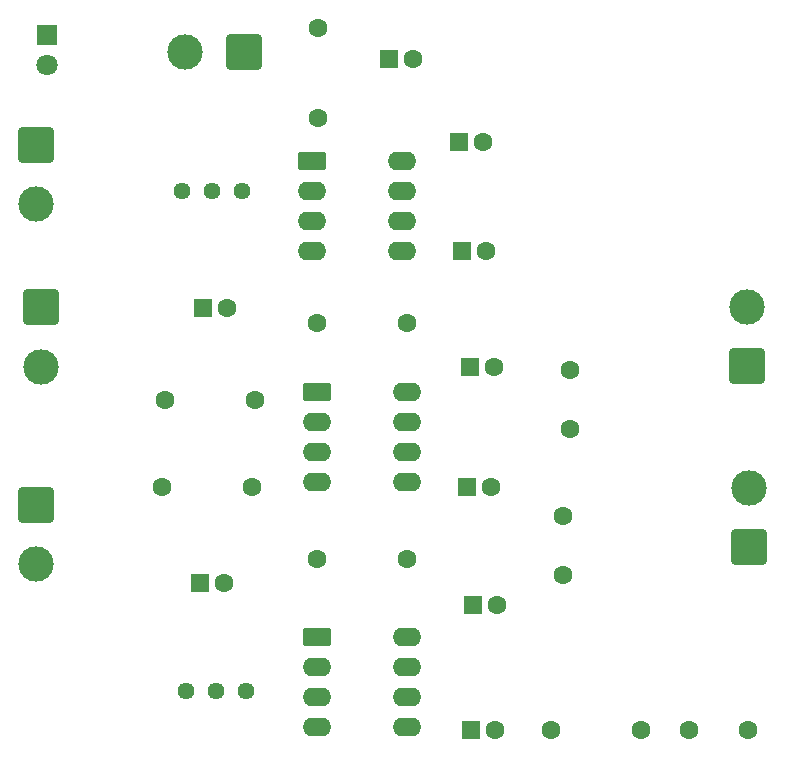
<source format=gbr>
%TF.GenerationSoftware,KiCad,Pcbnew,9.0.6*%
%TF.CreationDate,2025-11-25T16:13:47-08:00*%
%TF.ProjectId,CMPE 110 Lab Project,434d5045-2031-4313-9020-4c6162205072,rev?*%
%TF.SameCoordinates,Original*%
%TF.FileFunction,Soldermask,Top*%
%TF.FilePolarity,Negative*%
%FSLAX46Y46*%
G04 Gerber Fmt 4.6, Leading zero omitted, Abs format (unit mm)*
G04 Created by KiCad (PCBNEW 9.0.6) date 2025-11-25 16:13:47*
%MOMM*%
%LPD*%
G01*
G04 APERTURE LIST*
G04 Aperture macros list*
%AMRoundRect*
0 Rectangle with rounded corners*
0 $1 Rounding radius*
0 $2 $3 $4 $5 $6 $7 $8 $9 X,Y pos of 4 corners*
0 Add a 4 corners polygon primitive as box body*
4,1,4,$2,$3,$4,$5,$6,$7,$8,$9,$2,$3,0*
0 Add four circle primitives for the rounded corners*
1,1,$1+$1,$2,$3*
1,1,$1+$1,$4,$5*
1,1,$1+$1,$6,$7*
1,1,$1+$1,$8,$9*
0 Add four rect primitives between the rounded corners*
20,1,$1+$1,$2,$3,$4,$5,0*
20,1,$1+$1,$4,$5,$6,$7,0*
20,1,$1+$1,$6,$7,$8,$9,0*
20,1,$1+$1,$8,$9,$2,$3,0*%
G04 Aperture macros list end*
%ADD10C,1.600000*%
%ADD11RoundRect,0.250000X-0.950000X-0.550000X0.950000X-0.550000X0.950000X0.550000X-0.950000X0.550000X0*%
%ADD12O,2.400000X1.600000*%
%ADD13RoundRect,0.250000X-0.550000X-0.550000X0.550000X-0.550000X0.550000X0.550000X-0.550000X0.550000X0*%
%ADD14C,1.800000*%
%ADD15R,1.800000X1.800000*%
%ADD16RoundRect,0.249999X-1.250001X1.250001X-1.250001X-1.250001X1.250001X-1.250001X1.250001X1.250001X0*%
%ADD17C,3.000000*%
%ADD18RoundRect,0.249999X1.250001X1.250001X-1.250001X1.250001X-1.250001X-1.250001X1.250001X-1.250001X0*%
%ADD19C,1.440000*%
%ADD20RoundRect,0.249999X1.250001X-1.250001X1.250001X1.250001X-1.250001X1.250001X-1.250001X-1.250001X0*%
G04 APERTURE END LIST*
D10*
%TO.C,C10*%
X165862000Y-95250000D03*
X170862000Y-95250000D03*
%TD*%
D11*
%TO.C,U2*%
X134366000Y-66675000D03*
D12*
X134366000Y-69215000D03*
X134366000Y-71755000D03*
X134366000Y-74295000D03*
X141986000Y-74295000D03*
X141986000Y-71755000D03*
X141986000Y-69215000D03*
X141986000Y-66675000D03*
%TD*%
D10*
%TO.C,R2*%
X141986000Y-60833000D03*
X134366000Y-60833000D03*
%TD*%
D13*
%TO.C,C12*%
X140462000Y-38481000D03*
D10*
X142462000Y-38481000D03*
%TD*%
D14*
%TO.C,D1*%
X111506000Y-38989000D03*
D15*
X111506000Y-36449000D03*
%TD*%
D10*
%TO.C,R6*%
X134415000Y-35814000D03*
X134415000Y-43434000D03*
%TD*%
D13*
%TO.C,CP1*%
X124714000Y-59563000D03*
D10*
X126714000Y-59563000D03*
%TD*%
%TO.C,R3*%
X121285000Y-74681000D03*
X128905000Y-74681000D03*
%TD*%
D13*
%TO.C,C8*%
X124460000Y-82809000D03*
D10*
X126460000Y-82809000D03*
%TD*%
%TO.C,R1*%
X129159000Y-67310000D03*
X121539000Y-67310000D03*
%TD*%
D16*
%TO.C,Input-Left1*%
X110998000Y-59516000D03*
D17*
X110998000Y-64516000D03*
%TD*%
%TO.C,SW1*%
X123190000Y-37846000D03*
D18*
X128190000Y-37846000D03*
%TD*%
D17*
%TO.C,9V-External1*%
X110617000Y-50720000D03*
D16*
X110617000Y-45720000D03*
%TD*%
D17*
%TO.C,Input_Right1*%
X110617000Y-81200000D03*
D16*
X110617000Y-76200000D03*
%TD*%
D10*
%TO.C,C5*%
X149320000Y-64516000D03*
D13*
X147320000Y-64516000D03*
%TD*%
D10*
%TO.C,C7*%
X149066000Y-74676000D03*
D13*
X147066000Y-74676000D03*
%TD*%
D10*
%TO.C,C6*%
X155194000Y-82169000D03*
X155194000Y-77169000D03*
%TD*%
%TO.C,C9*%
X149574000Y-84709000D03*
D13*
X147574000Y-84709000D03*
%TD*%
D10*
%TO.C,C2*%
X148431000Y-45466000D03*
D13*
X146431000Y-45466000D03*
%TD*%
D19*
%TO.C,RV2*%
X123317000Y-91948000D03*
X125857000Y-91948000D03*
X128397000Y-91948000D03*
%TD*%
D12*
%TO.C,U1*%
X141605000Y-47094000D03*
X141605000Y-49634000D03*
X141605000Y-52174000D03*
X141605000Y-54714000D03*
X133985000Y-54714000D03*
X133985000Y-52174000D03*
X133985000Y-49634000D03*
D11*
X133985000Y-47094000D03*
%TD*%
D10*
%TO.C,C11*%
X149447000Y-95250000D03*
D13*
X147447000Y-95250000D03*
%TD*%
D10*
%TO.C,C3*%
X155829000Y-69770000D03*
X155829000Y-64770000D03*
%TD*%
%TO.C,C4*%
X148685000Y-54737000D03*
D13*
X146685000Y-54737000D03*
%TD*%
D17*
%TO.C,Left-Speaker1*%
X170815000Y-59436000D03*
D20*
X170815000Y-64436000D03*
%TD*%
D10*
%TO.C,R4*%
X161798000Y-95250000D03*
X154178000Y-95250000D03*
%TD*%
%TO.C,R5*%
X141986000Y-80772000D03*
X134366000Y-80772000D03*
%TD*%
D17*
%TO.C,Right-Speaker1*%
X170942000Y-74803000D03*
D20*
X170942000Y-79803000D03*
%TD*%
D19*
%TO.C,RV1*%
X122936000Y-49652000D03*
X125476000Y-49652000D03*
X128016000Y-49652000D03*
%TD*%
D12*
%TO.C,U3*%
X141986000Y-87376000D03*
X141986000Y-89916000D03*
X141986000Y-92456000D03*
X141986000Y-94996000D03*
X134366000Y-94996000D03*
X134366000Y-92456000D03*
X134366000Y-89916000D03*
D11*
X134366000Y-87376000D03*
%TD*%
M02*

</source>
